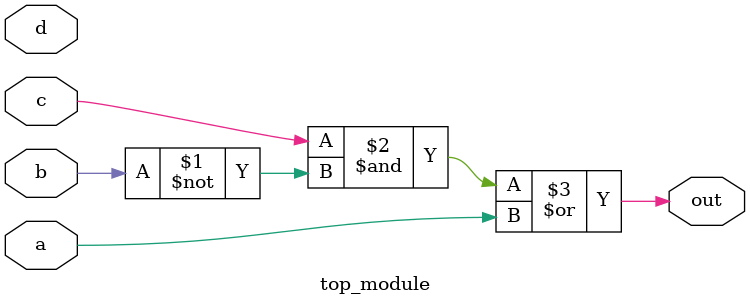
<source format=v>
module top_module(
    input a,
    input b,
    input c,
    input d,
    output out  ); 
    assign out= (c&~b)|a;
endmodule


</source>
